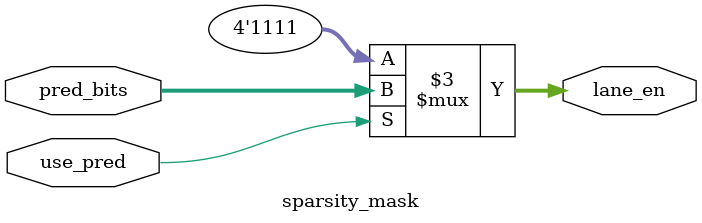
<source format=sv>
module sparsity_mask #(
  parameter int LANES = 4
)(
  input  logic [LANES-1:0] pred_bits,   // 1 = active, 0 = skip
  input  logic             use_pred,
  output logic [LANES-1:0] lane_en
);
  always_comb begin
    lane_en = '1;
    if (use_pred) lane_en = pred_bits;
  end
endmodule

</source>
